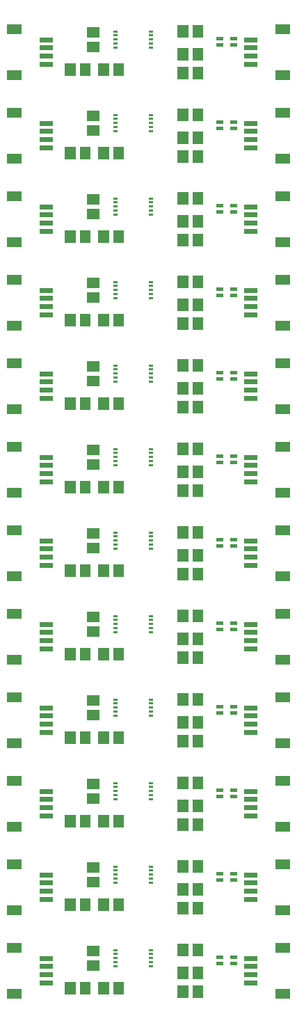
<source format=gbr>
G04 start of page 11 for group -4015 idx -4015 *
G04 Title: (unknown), toppaste *
G04 Creator: pcb 20140316 *
G04 CreationDate: Tue 26 Feb 2019 03:12:25 PM GMT UTC *
G04 For: railfan *
G04 Format: Gerber/RS-274X *
G04 PCB-Dimensions (mil): 1580.00 4900.00 *
G04 PCB-Coordinate-Origin: lower left *
%MOIN*%
%FSLAX25Y25*%
%LNTOPPASTE*%
%ADD49R,0.0167X0.0167*%
%ADD48R,0.0100X0.0100*%
%ADD47R,0.0512X0.0512*%
%ADD46R,0.0472X0.0472*%
%ADD45R,0.0236X0.0236*%
G54D45*X28130Y470906D02*X31870D01*
X28130Y466969D02*X31870D01*
X28130Y463031D02*X31870D01*
X28130Y459094D02*X31870D01*
G54D46*X13563Y476024D02*X15925D01*
X13563Y453976D02*X15925D01*
G54D47*X95457Y475393D02*Y474607D01*
X102543Y475393D02*Y474607D01*
G54D48*X62500Y474937D02*X63500D01*
X62500Y472969D02*X63500D01*
X62500Y471000D02*X63500D01*
X62500Y469031D02*X63500D01*
X62500Y467063D02*X63500D01*
X79500D02*X80500D01*
X79500Y469031D02*X80500D01*
X79500Y471000D02*X80500D01*
X79500Y472969D02*X80500D01*
X79500Y474937D02*X80500D01*
G54D47*X52107Y467457D02*X52893D01*
X52107Y474543D02*X52893D01*
X57457Y456893D02*Y456107D01*
X64543Y456893D02*Y456107D01*
X41457Y456893D02*Y456107D01*
X48543Y456893D02*Y456107D01*
X95457Y464393D02*Y463607D01*
X102543Y464393D02*Y463607D01*
X95457Y455393D02*Y454607D01*
X102543Y455393D02*Y454607D01*
G54D49*X112217Y471575D02*X114087D01*
X112217Y468425D02*X114087D01*
X118913D02*X120783D01*
X118913Y471575D02*X120783D01*
G54D45*X126130Y459094D02*X129870D01*
X126130Y463031D02*X129870D01*
X126130Y466969D02*X129870D01*
X126130Y470906D02*X129870D01*
G54D46*X142075Y453976D02*X144437D01*
X142075Y476024D02*X144437D01*
G54D45*X28130Y430906D02*X31870D01*
X28130Y426969D02*X31870D01*
X28130Y423031D02*X31870D01*
X28130Y419094D02*X31870D01*
G54D46*X13563Y436024D02*X15925D01*
X13563Y413976D02*X15925D01*
G54D47*X95457Y435393D02*Y434607D01*
X102543Y435393D02*Y434607D01*
G54D48*X62500Y434937D02*X63500D01*
X62500Y432969D02*X63500D01*
X62500Y431000D02*X63500D01*
X62500Y429031D02*X63500D01*
X62500Y427063D02*X63500D01*
X79500D02*X80500D01*
X79500Y429031D02*X80500D01*
X79500Y431000D02*X80500D01*
X79500Y432969D02*X80500D01*
X79500Y434937D02*X80500D01*
G54D47*X52107Y427457D02*X52893D01*
X52107Y434543D02*X52893D01*
X57457Y416893D02*Y416107D01*
X64543Y416893D02*Y416107D01*
X41457Y416893D02*Y416107D01*
X48543Y416893D02*Y416107D01*
X95457Y424393D02*Y423607D01*
X102543Y424393D02*Y423607D01*
X95457Y415393D02*Y414607D01*
X102543Y415393D02*Y414607D01*
G54D49*X112217Y431575D02*X114087D01*
X112217Y428425D02*X114087D01*
X118913D02*X120783D01*
X118913Y431575D02*X120783D01*
G54D45*X126130Y419094D02*X129870D01*
X126130Y423031D02*X129870D01*
X126130Y426969D02*X129870D01*
X126130Y430906D02*X129870D01*
G54D46*X142075Y413976D02*X144437D01*
X142075Y436024D02*X144437D01*
G54D45*X28130Y390906D02*X31870D01*
X28130Y386969D02*X31870D01*
X28130Y383031D02*X31870D01*
X28130Y379094D02*X31870D01*
G54D46*X13563Y396024D02*X15925D01*
X13563Y373976D02*X15925D01*
G54D47*X95457Y395393D02*Y394607D01*
X102543Y395393D02*Y394607D01*
G54D48*X62500Y394937D02*X63500D01*
X62500Y392969D02*X63500D01*
X62500Y391000D02*X63500D01*
X62500Y389031D02*X63500D01*
X62500Y387063D02*X63500D01*
X79500D02*X80500D01*
X79500Y389031D02*X80500D01*
X79500Y391000D02*X80500D01*
X79500Y392969D02*X80500D01*
X79500Y394937D02*X80500D01*
G54D47*X52107Y387457D02*X52893D01*
X52107Y394543D02*X52893D01*
X57457Y376893D02*Y376107D01*
X64543Y376893D02*Y376107D01*
X41457Y376893D02*Y376107D01*
X48543Y376893D02*Y376107D01*
X95457Y384393D02*Y383607D01*
X102543Y384393D02*Y383607D01*
X95457Y375393D02*Y374607D01*
X102543Y375393D02*Y374607D01*
G54D49*X112217Y391575D02*X114087D01*
X112217Y388425D02*X114087D01*
X118913D02*X120783D01*
X118913Y391575D02*X120783D01*
G54D45*X126130Y379094D02*X129870D01*
X126130Y383031D02*X129870D01*
X126130Y386969D02*X129870D01*
X126130Y390906D02*X129870D01*
G54D46*X142075Y373976D02*X144437D01*
X142075Y396024D02*X144437D01*
G54D45*X28130Y350906D02*X31870D01*
X28130Y346969D02*X31870D01*
X28130Y343031D02*X31870D01*
X28130Y339094D02*X31870D01*
G54D46*X13563Y356024D02*X15925D01*
X13563Y333976D02*X15925D01*
G54D47*X95457Y355393D02*Y354607D01*
X102543Y355393D02*Y354607D01*
G54D48*X62500Y354937D02*X63500D01*
X62500Y352969D02*X63500D01*
X62500Y351000D02*X63500D01*
X62500Y349031D02*X63500D01*
X62500Y347063D02*X63500D01*
X79500D02*X80500D01*
X79500Y349031D02*X80500D01*
X79500Y351000D02*X80500D01*
X79500Y352969D02*X80500D01*
X79500Y354937D02*X80500D01*
G54D47*X52107Y347457D02*X52893D01*
X52107Y354543D02*X52893D01*
X57457Y336893D02*Y336107D01*
X64543Y336893D02*Y336107D01*
X41457Y336893D02*Y336107D01*
X48543Y336893D02*Y336107D01*
X95457Y344393D02*Y343607D01*
X102543Y344393D02*Y343607D01*
X95457Y335393D02*Y334607D01*
X102543Y335393D02*Y334607D01*
G54D49*X112217Y351575D02*X114087D01*
X112217Y348425D02*X114087D01*
X118913D02*X120783D01*
X118913Y351575D02*X120783D01*
G54D45*X126130Y339094D02*X129870D01*
X126130Y343031D02*X129870D01*
X126130Y346969D02*X129870D01*
X126130Y350906D02*X129870D01*
G54D46*X142075Y333976D02*X144437D01*
X142075Y356024D02*X144437D01*
G54D45*X28130Y310906D02*X31870D01*
X28130Y306969D02*X31870D01*
X28130Y303031D02*X31870D01*
X28130Y299094D02*X31870D01*
G54D46*X13563Y316024D02*X15925D01*
X13563Y293976D02*X15925D01*
G54D47*X95457Y315393D02*Y314607D01*
X102543Y315393D02*Y314607D01*
G54D48*X62500Y314937D02*X63500D01*
X62500Y312969D02*X63500D01*
X62500Y311000D02*X63500D01*
X62500Y309031D02*X63500D01*
X62500Y307063D02*X63500D01*
X79500D02*X80500D01*
X79500Y309031D02*X80500D01*
X79500Y311000D02*X80500D01*
X79500Y312969D02*X80500D01*
X79500Y314937D02*X80500D01*
G54D47*X52107Y307457D02*X52893D01*
X52107Y314543D02*X52893D01*
X57457Y296893D02*Y296107D01*
X64543Y296893D02*Y296107D01*
X41457Y296893D02*Y296107D01*
X48543Y296893D02*Y296107D01*
X95457Y304393D02*Y303607D01*
X102543Y304393D02*Y303607D01*
X95457Y295393D02*Y294607D01*
X102543Y295393D02*Y294607D01*
G54D49*X112217Y311575D02*X114087D01*
X112217Y308425D02*X114087D01*
X118913D02*X120783D01*
X118913Y311575D02*X120783D01*
G54D45*X126130Y299094D02*X129870D01*
X126130Y303031D02*X129870D01*
X126130Y306969D02*X129870D01*
X126130Y310906D02*X129870D01*
G54D46*X142075Y293976D02*X144437D01*
X142075Y316024D02*X144437D01*
G54D45*X28130Y270906D02*X31870D01*
X28130Y266969D02*X31870D01*
X28130Y263031D02*X31870D01*
X28130Y259094D02*X31870D01*
G54D46*X13563Y276024D02*X15925D01*
X13563Y253976D02*X15925D01*
G54D47*X95457Y275393D02*Y274607D01*
X102543Y275393D02*Y274607D01*
G54D48*X62500Y274937D02*X63500D01*
X62500Y272969D02*X63500D01*
X62500Y271000D02*X63500D01*
X62500Y269031D02*X63500D01*
X62500Y267063D02*X63500D01*
X79500D02*X80500D01*
X79500Y269031D02*X80500D01*
X79500Y271000D02*X80500D01*
X79500Y272969D02*X80500D01*
X79500Y274937D02*X80500D01*
G54D47*X52107Y267457D02*X52893D01*
X52107Y274543D02*X52893D01*
X57457Y256893D02*Y256107D01*
X64543Y256893D02*Y256107D01*
X41457Y256893D02*Y256107D01*
X48543Y256893D02*Y256107D01*
X95457Y264393D02*Y263607D01*
X102543Y264393D02*Y263607D01*
X95457Y255393D02*Y254607D01*
X102543Y255393D02*Y254607D01*
G54D49*X112217Y271575D02*X114087D01*
X112217Y268425D02*X114087D01*
X118913D02*X120783D01*
X118913Y271575D02*X120783D01*
G54D45*X126130Y259094D02*X129870D01*
X126130Y263031D02*X129870D01*
X126130Y266969D02*X129870D01*
X126130Y270906D02*X129870D01*
G54D46*X142075Y253976D02*X144437D01*
X142075Y276024D02*X144437D01*
G54D45*X28130Y230906D02*X31870D01*
X28130Y226969D02*X31870D01*
X28130Y223031D02*X31870D01*
X28130Y219094D02*X31870D01*
G54D46*X13563Y236024D02*X15925D01*
X13563Y213976D02*X15925D01*
G54D47*X95457Y235393D02*Y234607D01*
X102543Y235393D02*Y234607D01*
G54D48*X62500Y234937D02*X63500D01*
X62500Y232969D02*X63500D01*
X62500Y231000D02*X63500D01*
X62500Y229031D02*X63500D01*
X62500Y227063D02*X63500D01*
X79500D02*X80500D01*
X79500Y229031D02*X80500D01*
X79500Y231000D02*X80500D01*
X79500Y232969D02*X80500D01*
X79500Y234937D02*X80500D01*
G54D47*X52107Y227457D02*X52893D01*
X52107Y234543D02*X52893D01*
X57457Y216893D02*Y216107D01*
X64543Y216893D02*Y216107D01*
X41457Y216893D02*Y216107D01*
X48543Y216893D02*Y216107D01*
X95457Y224393D02*Y223607D01*
X102543Y224393D02*Y223607D01*
X95457Y215393D02*Y214607D01*
X102543Y215393D02*Y214607D01*
G54D49*X112217Y231575D02*X114087D01*
X112217Y228425D02*X114087D01*
X118913D02*X120783D01*
X118913Y231575D02*X120783D01*
G54D45*X126130Y219094D02*X129870D01*
X126130Y223031D02*X129870D01*
X126130Y226969D02*X129870D01*
X126130Y230906D02*X129870D01*
G54D46*X142075Y213976D02*X144437D01*
X142075Y236024D02*X144437D01*
G54D45*X28130Y190906D02*X31870D01*
X28130Y186969D02*X31870D01*
X28130Y183031D02*X31870D01*
X28130Y179094D02*X31870D01*
G54D46*X13563Y196024D02*X15925D01*
X13563Y173976D02*X15925D01*
G54D47*X95457Y195393D02*Y194607D01*
X102543Y195393D02*Y194607D01*
G54D48*X62500Y194937D02*X63500D01*
X62500Y192969D02*X63500D01*
X62500Y191000D02*X63500D01*
X62500Y189031D02*X63500D01*
X62500Y187063D02*X63500D01*
X79500D02*X80500D01*
X79500Y189031D02*X80500D01*
X79500Y191000D02*X80500D01*
X79500Y192969D02*X80500D01*
X79500Y194937D02*X80500D01*
G54D47*X52107Y187457D02*X52893D01*
X52107Y194543D02*X52893D01*
X57457Y176893D02*Y176107D01*
X64543Y176893D02*Y176107D01*
X41457Y176893D02*Y176107D01*
X48543Y176893D02*Y176107D01*
X95457Y184393D02*Y183607D01*
X102543Y184393D02*Y183607D01*
X95457Y175393D02*Y174607D01*
X102543Y175393D02*Y174607D01*
G54D49*X112217Y191575D02*X114087D01*
X112217Y188425D02*X114087D01*
X118913D02*X120783D01*
X118913Y191575D02*X120783D01*
G54D45*X126130Y179094D02*X129870D01*
X126130Y183031D02*X129870D01*
X126130Y186969D02*X129870D01*
X126130Y190906D02*X129870D01*
G54D46*X142075Y173976D02*X144437D01*
X142075Y196024D02*X144437D01*
G54D45*X28130Y150906D02*X31870D01*
X28130Y146969D02*X31870D01*
X28130Y143031D02*X31870D01*
X28130Y139094D02*X31870D01*
G54D46*X13563Y156024D02*X15925D01*
X13563Y133976D02*X15925D01*
G54D47*X95457Y155393D02*Y154607D01*
X102543Y155393D02*Y154607D01*
G54D48*X62500Y154937D02*X63500D01*
X62500Y152969D02*X63500D01*
X62500Y151000D02*X63500D01*
X62500Y149031D02*X63500D01*
X62500Y147063D02*X63500D01*
X79500D02*X80500D01*
X79500Y149031D02*X80500D01*
X79500Y151000D02*X80500D01*
X79500Y152969D02*X80500D01*
X79500Y154937D02*X80500D01*
G54D47*X52107Y147457D02*X52893D01*
X52107Y154543D02*X52893D01*
X57457Y136893D02*Y136107D01*
X64543Y136893D02*Y136107D01*
X41457Y136893D02*Y136107D01*
X48543Y136893D02*Y136107D01*
X95457Y144393D02*Y143607D01*
X102543Y144393D02*Y143607D01*
X95457Y135393D02*Y134607D01*
X102543Y135393D02*Y134607D01*
G54D49*X112217Y151575D02*X114087D01*
X112217Y148425D02*X114087D01*
X118913D02*X120783D01*
X118913Y151575D02*X120783D01*
G54D45*X126130Y139094D02*X129870D01*
X126130Y143031D02*X129870D01*
X126130Y146969D02*X129870D01*
X126130Y150906D02*X129870D01*
G54D46*X142075Y133976D02*X144437D01*
X142075Y156024D02*X144437D01*
G54D45*X28130Y110906D02*X31870D01*
X28130Y106969D02*X31870D01*
X28130Y103031D02*X31870D01*
X28130Y99094D02*X31870D01*
G54D46*X13563Y116024D02*X15925D01*
X13563Y93976D02*X15925D01*
G54D47*X95457Y115393D02*Y114607D01*
X102543Y115393D02*Y114607D01*
G54D48*X62500Y114937D02*X63500D01*
X62500Y112969D02*X63500D01*
X62500Y111000D02*X63500D01*
X62500Y109031D02*X63500D01*
X62500Y107063D02*X63500D01*
X79500D02*X80500D01*
X79500Y109031D02*X80500D01*
X79500Y111000D02*X80500D01*
X79500Y112969D02*X80500D01*
X79500Y114937D02*X80500D01*
G54D47*X52107Y107457D02*X52893D01*
X52107Y114543D02*X52893D01*
X57457Y96893D02*Y96107D01*
X64543Y96893D02*Y96107D01*
X41457Y96893D02*Y96107D01*
X48543Y96893D02*Y96107D01*
X95457Y104393D02*Y103607D01*
X102543Y104393D02*Y103607D01*
X95457Y95393D02*Y94607D01*
X102543Y95393D02*Y94607D01*
G54D49*X112217Y111575D02*X114087D01*
X112217Y108425D02*X114087D01*
X118913D02*X120783D01*
X118913Y111575D02*X120783D01*
G54D45*X126130Y99094D02*X129870D01*
X126130Y103031D02*X129870D01*
X126130Y106969D02*X129870D01*
X126130Y110906D02*X129870D01*
G54D46*X142075Y93976D02*X144437D01*
X142075Y116024D02*X144437D01*
G54D45*X28130Y70906D02*X31870D01*
X28130Y66969D02*X31870D01*
X28130Y63031D02*X31870D01*
X28130Y59094D02*X31870D01*
G54D46*X13563Y76024D02*X15925D01*
X13563Y53976D02*X15925D01*
G54D47*X95457Y75393D02*Y74607D01*
X102543Y75393D02*Y74607D01*
G54D48*X62500Y74937D02*X63500D01*
X62500Y72969D02*X63500D01*
X62500Y71000D02*X63500D01*
X62500Y69031D02*X63500D01*
X62500Y67063D02*X63500D01*
X79500D02*X80500D01*
X79500Y69031D02*X80500D01*
X79500Y71000D02*X80500D01*
X79500Y72969D02*X80500D01*
X79500Y74937D02*X80500D01*
G54D47*X52107Y67457D02*X52893D01*
X52107Y74543D02*X52893D01*
X57457Y56893D02*Y56107D01*
X64543Y56893D02*Y56107D01*
X41457Y56893D02*Y56107D01*
X48543Y56893D02*Y56107D01*
X95457Y64393D02*Y63607D01*
X102543Y64393D02*Y63607D01*
X95457Y55393D02*Y54607D01*
X102543Y55393D02*Y54607D01*
G54D49*X112217Y71575D02*X114087D01*
X112217Y68425D02*X114087D01*
X118913D02*X120783D01*
X118913Y71575D02*X120783D01*
G54D45*X126130Y59094D02*X129870D01*
X126130Y63031D02*X129870D01*
X126130Y66969D02*X129870D01*
X126130Y70906D02*X129870D01*
G54D46*X142075Y53976D02*X144437D01*
X142075Y76024D02*X144437D01*
G54D45*X28130Y30906D02*X31870D01*
X28130Y26969D02*X31870D01*
X28130Y23031D02*X31870D01*
X28130Y19094D02*X31870D01*
G54D46*X13563Y36024D02*X15925D01*
X13563Y13976D02*X15925D01*
G54D47*X95457Y35393D02*Y34607D01*
X102543Y35393D02*Y34607D01*
G54D48*X62500Y34937D02*X63500D01*
X62500Y32969D02*X63500D01*
X62500Y31000D02*X63500D01*
X62500Y29031D02*X63500D01*
X62500Y27063D02*X63500D01*
X79500D02*X80500D01*
X79500Y29031D02*X80500D01*
X79500Y31000D02*X80500D01*
X79500Y32969D02*X80500D01*
X79500Y34937D02*X80500D01*
G54D47*X52107Y27457D02*X52893D01*
X52107Y34543D02*X52893D01*
X57457Y16893D02*Y16107D01*
X64543Y16893D02*Y16107D01*
X41457Y16893D02*Y16107D01*
X48543Y16893D02*Y16107D01*
X95457Y24393D02*Y23607D01*
X102543Y24393D02*Y23607D01*
X95457Y15393D02*Y14607D01*
X102543Y15393D02*Y14607D01*
G54D49*X112217Y31575D02*X114087D01*
X112217Y28425D02*X114087D01*
X118913D02*X120783D01*
X118913Y31575D02*X120783D01*
G54D45*X126130Y19094D02*X129870D01*
X126130Y23031D02*X129870D01*
X126130Y26969D02*X129870D01*
X126130Y30906D02*X129870D01*
G54D46*X142075Y13976D02*X144437D01*
X142075Y36024D02*X144437D01*
M02*

</source>
